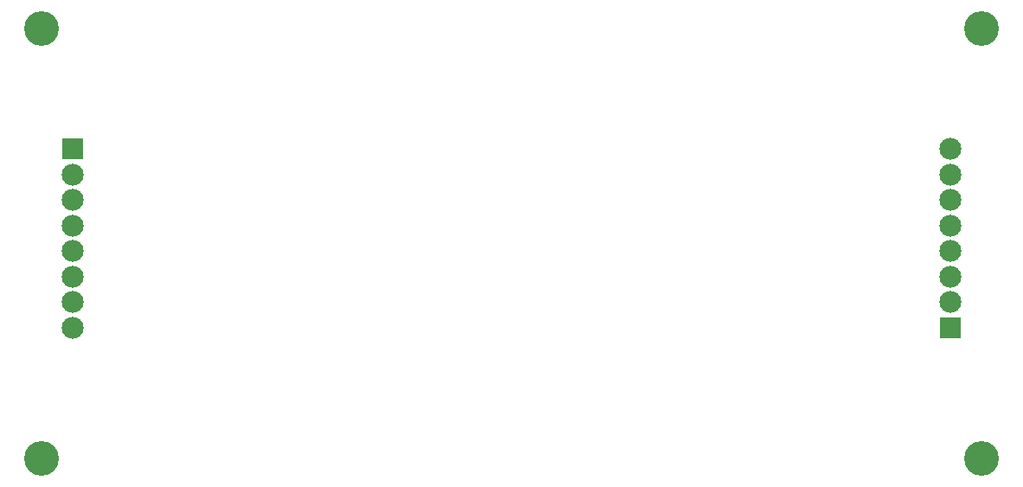
<source format=gbs>
G04 #@! TF.FileFunction,Soldermask,Bot*
%FSLAX46Y46*%
G04 Gerber Fmt 4.6, Leading zero omitted, Abs format (unit mm)*
G04 Created by KiCad (PCBNEW 4.0.4-stable) date 03/20/17 17:50:04*
%MOMM*%
%LPD*%
G01*
G04 APERTURE LIST*
%ADD10C,0.100000*%
%ADD11C,3.400000*%
%ADD12R,2.150000X2.150000*%
%ADD13C,2.150000*%
G04 APERTURE END LIST*
D10*
D11*
X205500000Y-85500000D03*
X205500000Y-43500000D03*
X113500000Y-85500000D03*
X113500000Y-43500000D03*
D12*
X116500000Y-55250000D03*
D13*
X116500000Y-57750000D03*
X116500000Y-60250000D03*
X116500000Y-62750000D03*
X116500000Y-65250000D03*
X116500000Y-67750000D03*
X116500000Y-70250000D03*
X116500000Y-72750000D03*
D12*
X202500000Y-72750000D03*
D13*
X202500000Y-70250000D03*
X202500000Y-67750000D03*
X202500000Y-65250000D03*
X202500000Y-62750000D03*
X202500000Y-60250000D03*
X202500000Y-57750000D03*
X202500000Y-55250000D03*
M02*

</source>
